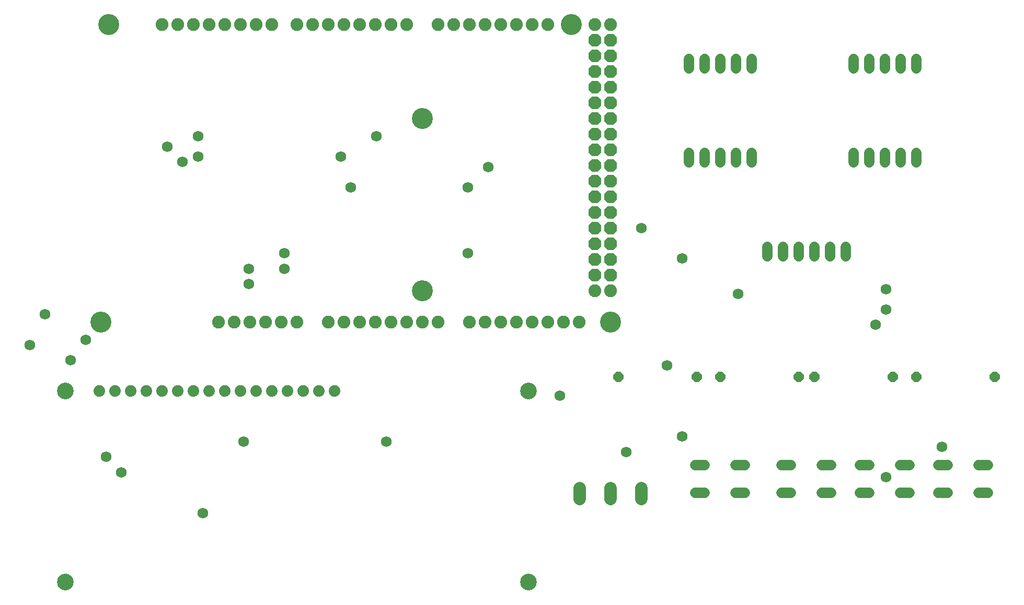
<source format=gbr>
G04 EAGLE Gerber RS-274X export*
G75*
%MOMM*%
%FSLAX34Y34*%
%LPD*%
%INSoldermask Bottom*%
%IPPOS*%
%AMOC8*
5,1,8,0,0,1.08239X$1,22.5*%
G01*
%ADD10C,2.082800*%
%ADD11P,2.254402X8X112.500000*%
%ADD12C,3.403200*%
%ADD13C,1.879600*%
%ADD14C,2.703200*%
%ADD15C,1.727200*%
%ADD16C,2.003200*%
%ADD17P,1.759533X8X22.500000*%
%ADD18P,1.759533X8X202.500000*%
%ADD19C,1.727200*%


D10*
X762000Y482600D03*
X787400Y482600D03*
X812800Y482600D03*
X838200Y482600D03*
X863600Y482600D03*
X889000Y482600D03*
X914400Y482600D03*
X736600Y482600D03*
X711200Y965200D03*
X736600Y965200D03*
X762000Y965200D03*
X787400Y965200D03*
X812800Y965200D03*
X838200Y965200D03*
X863600Y965200D03*
X685800Y965200D03*
X533400Y482600D03*
X558800Y482600D03*
X584200Y482600D03*
X609600Y482600D03*
X635000Y482600D03*
X660400Y482600D03*
X685800Y482600D03*
X508000Y482600D03*
X482600Y965200D03*
X508000Y965200D03*
X533400Y965200D03*
X558800Y965200D03*
X584200Y965200D03*
X609600Y965200D03*
X635000Y965200D03*
X457200Y965200D03*
X264160Y965200D03*
X289560Y965200D03*
X314960Y965200D03*
X340360Y965200D03*
X365760Y965200D03*
X391160Y965200D03*
X416560Y965200D03*
X238760Y965200D03*
D11*
X965200Y762000D03*
X939800Y762000D03*
X965200Y787400D03*
X939800Y787400D03*
X965200Y812800D03*
X939800Y812800D03*
X965200Y838200D03*
X939800Y838200D03*
X965200Y863600D03*
X939800Y863600D03*
X965200Y889000D03*
X939800Y889000D03*
X965200Y914400D03*
X939800Y914400D03*
X965200Y939800D03*
X939800Y939800D03*
X965200Y558800D03*
X939800Y558800D03*
X965200Y584200D03*
X939800Y584200D03*
X965200Y609600D03*
X939800Y609600D03*
X965200Y635000D03*
X939800Y635000D03*
X965200Y660400D03*
X939800Y660400D03*
X965200Y685800D03*
X939800Y685800D03*
X965200Y711200D03*
X939800Y711200D03*
X965200Y736600D03*
X939800Y736600D03*
D10*
X939800Y533400D03*
X965200Y533400D03*
X939800Y965200D03*
X965200Y965200D03*
X330200Y482600D03*
X355600Y482600D03*
X381000Y482600D03*
X406400Y482600D03*
X431800Y482600D03*
X457200Y482600D03*
D12*
X152400Y965200D03*
X139700Y482600D03*
X660400Y812800D03*
X660400Y533400D03*
X901700Y965200D03*
X965200Y482600D03*
D13*
X137200Y370900D03*
X162600Y370900D03*
X188000Y370900D03*
X213400Y370900D03*
X238800Y370900D03*
X264200Y370900D03*
X289600Y370900D03*
X315000Y370900D03*
X340400Y370900D03*
X365800Y370900D03*
X391200Y370900D03*
X416600Y370900D03*
X442000Y370900D03*
X467400Y370900D03*
X492800Y370900D03*
X518200Y370900D03*
D14*
X82200Y60900D03*
X832200Y60900D03*
X82200Y370900D03*
X832200Y370900D03*
D15*
X1346200Y589280D02*
X1346200Y604520D01*
X1320800Y604520D02*
X1320800Y589280D01*
X1295400Y589280D02*
X1295400Y604520D01*
X1270000Y604520D02*
X1270000Y589280D01*
X1244600Y589280D02*
X1244600Y604520D01*
X1219200Y604520D02*
X1219200Y589280D01*
X1358900Y894080D02*
X1358900Y909320D01*
X1384300Y909320D02*
X1384300Y894080D01*
X1409700Y894080D02*
X1409700Y909320D01*
X1435100Y909320D02*
X1435100Y894080D01*
X1460500Y894080D02*
X1460500Y909320D01*
X1092200Y909320D02*
X1092200Y894080D01*
X1117600Y894080D02*
X1117600Y909320D01*
X1143000Y909320D02*
X1143000Y894080D01*
X1168400Y894080D02*
X1168400Y909320D01*
X1193800Y909320D02*
X1193800Y894080D01*
X1092200Y756920D02*
X1092200Y741680D01*
X1117600Y741680D02*
X1117600Y756920D01*
X1143000Y756920D02*
X1143000Y741680D01*
X1168400Y741680D02*
X1168400Y756920D01*
X1193800Y756920D02*
X1193800Y741680D01*
X1358900Y741680D02*
X1358900Y756920D01*
X1384300Y756920D02*
X1384300Y741680D01*
X1409700Y741680D02*
X1409700Y756920D01*
X1435100Y756920D02*
X1435100Y741680D01*
X1460500Y741680D02*
X1460500Y756920D01*
D16*
X915200Y213700D02*
X915200Y195700D01*
X965200Y195700D02*
X965200Y213700D01*
X1015200Y213700D02*
X1015200Y195700D01*
D17*
X977900Y393700D03*
X1104900Y393700D03*
X1143000Y393700D03*
X1270000Y393700D03*
D18*
X1422400Y393700D03*
X1295400Y393700D03*
D17*
X1460500Y393700D03*
X1587500Y393700D03*
D15*
X1183132Y205994D02*
X1167892Y205994D01*
X1167892Y251206D02*
X1183132Y251206D01*
X1118108Y205994D02*
X1102868Y205994D01*
X1102868Y251206D02*
X1118108Y251206D01*
X1307592Y205994D02*
X1322832Y205994D01*
X1322832Y251206D02*
X1307592Y251206D01*
X1257808Y205994D02*
X1242568Y205994D01*
X1242568Y251206D02*
X1257808Y251206D01*
X1434592Y205994D02*
X1449832Y205994D01*
X1449832Y251206D02*
X1434592Y251206D01*
X1384808Y205994D02*
X1369568Y205994D01*
X1369568Y251206D02*
X1384808Y251206D01*
X1561592Y205994D02*
X1576832Y205994D01*
X1576832Y251206D02*
X1561592Y251206D01*
X1511808Y205994D02*
X1496568Y205994D01*
X1496568Y251206D02*
X1511808Y251206D01*
D19*
X1411605Y231140D03*
X24765Y445770D03*
X379730Y569595D03*
X767715Y734695D03*
X1172210Y528320D03*
X1056640Y412750D03*
X173355Y239395D03*
X49530Y495300D03*
X437515Y594360D03*
X437515Y569595D03*
X1411605Y503555D03*
X602615Y288925D03*
X148590Y264160D03*
X297180Y784225D03*
X586105Y784225D03*
X1411605Y536575D03*
X883285Y363220D03*
X1395095Y478790D03*
X1081405Y297180D03*
X305435Y173355D03*
X297180Y751205D03*
X528320Y751205D03*
X1015365Y635635D03*
X379730Y544830D03*
X734695Y594360D03*
X371475Y288925D03*
X90805Y421005D03*
X247650Y767715D03*
X1081405Y586105D03*
X1502410Y280670D03*
X734695Y701675D03*
X544830Y701675D03*
X272415Y742950D03*
X115570Y454025D03*
X990600Y272415D03*
M02*

</source>
